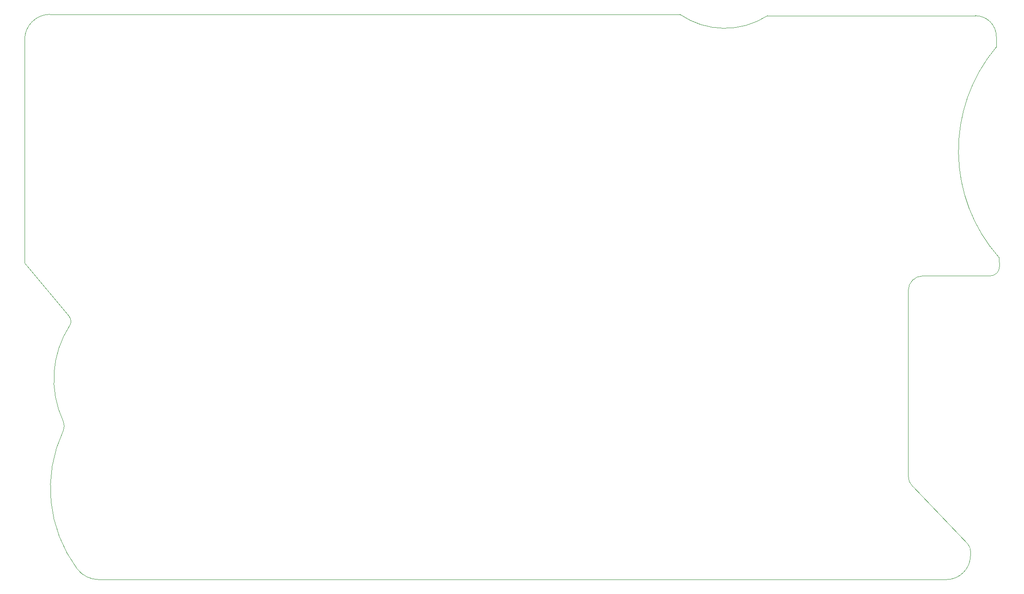
<source format=gm1>
G04 #@! TF.GenerationSoftware,KiCad,Pcbnew,(6.0.6)*
G04 #@! TF.CreationDate,2023-02-02T00:20:54-07:00*
G04 #@! TF.ProjectId,Netflix and Chill LEDs,4e657466-6c69-4782-9061-6e6420436869,1*
G04 #@! TF.SameCoordinates,Original*
G04 #@! TF.FileFunction,Profile,NP*
%FSLAX46Y46*%
G04 Gerber Fmt 4.6, Leading zero omitted, Abs format (unit mm)*
G04 Created by KiCad (PCBNEW (6.0.6)) date 2023-02-02 00:20:54*
%MOMM*%
%LPD*%
G01*
G04 APERTURE LIST*
G04 #@! TA.AperFunction,Profile*
%ADD10C,0.100000*%
G04 #@! TD*
G04 APERTURE END LIST*
D10*
X229211122Y-87771888D02*
X242189122Y-87771888D01*
X242189122Y-87771802D02*
G75*
G03*
X243992202Y-85968030I-22J1803102D01*
G01*
X56020122Y-85322208D02*
X64605122Y-95611928D01*
X64708898Y-97343385D02*
G75*
G03*
X64604611Y-95611927I-1226698J794985D01*
G01*
X243369122Y-41605768D02*
X243369122Y-43638268D01*
X182349072Y-37327801D02*
G75*
G03*
X199262433Y-37593049I8656028J12578601D01*
G01*
X229211122Y-87771792D02*
G75*
G03*
X226395192Y-90587808I-22J-2815908D01*
G01*
X63453646Y-117655820D02*
G75*
G03*
X66115905Y-144234349I23531474J-11065550D01*
G01*
X233727122Y-146341768D02*
X70308122Y-146341768D01*
X64709312Y-97343433D02*
G75*
G03*
X63454295Y-115785851I15973808J-10350937D01*
G01*
X238402376Y-140856540D02*
G75*
G03*
X237873688Y-139509678I-1909276J27740D01*
G01*
X60907122Y-37327868D02*
X182349122Y-37327868D01*
X227163122Y-128299768D02*
X237874122Y-139509668D01*
X238402122Y-140856568D02*
X238389122Y-141747068D01*
X199263122Y-37593068D02*
X239368122Y-37593068D01*
X56020122Y-85322208D02*
X56020122Y-42215468D01*
X243369480Y-43638040D02*
G75*
G03*
X243910972Y-84244698I23742640J-19990330D01*
G01*
X63453346Y-117655889D02*
G75*
G03*
X63453770Y-115786013I-1989246J935389D01*
G01*
X243910122Y-84244768D02*
X243992122Y-85968028D01*
X226396122Y-126385868D02*
X226396122Y-90587808D01*
X226395738Y-126385868D02*
G75*
G03*
X227163080Y-128299749I2770362J-32D01*
G01*
X60907122Y-37327852D02*
G75*
G03*
X56019502Y-42215468I-2J-4887618D01*
G01*
X233727122Y-146341802D02*
G75*
G03*
X238389209Y-141746984I-22J4662602D01*
G01*
X66115511Y-144234315D02*
G75*
G03*
X70308122Y-146341828I4192589J3116515D01*
G01*
X243368782Y-41605768D02*
G75*
G03*
X239367573Y-37593134I-4012682J-32D01*
G01*
M02*

</source>
